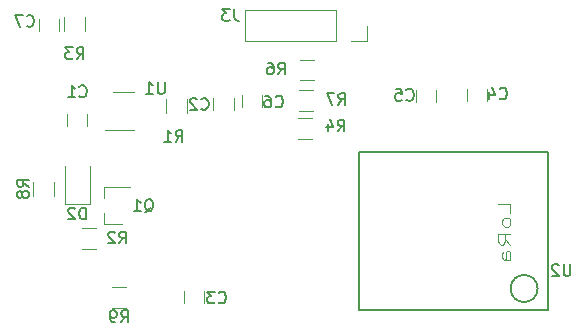
<source format=gbo>
G04 #@! TF.GenerationSoftware,KiCad,Pcbnew,5.1.6-c6e7f7d~87~ubuntu18.04.1*
G04 #@! TF.CreationDate,2020-08-29T18:15:57+05:30*
G04 #@! TF.ProjectId,Sensor_pcb_v2,53656e73-6f72-45f7-9063-625f76322e6b,rev?*
G04 #@! TF.SameCoordinates,Original*
G04 #@! TF.FileFunction,Legend,Bot*
G04 #@! TF.FilePolarity,Positive*
%FSLAX46Y46*%
G04 Gerber Fmt 4.6, Leading zero omitted, Abs format (unit mm)*
G04 Created by KiCad (PCBNEW 5.1.6-c6e7f7d~87~ubuntu18.04.1) date 2020-08-29 18:15:57*
%MOMM*%
%LPD*%
G01*
G04 APERTURE LIST*
%ADD10C,0.120000*%
%ADD11C,0.150000*%
%ADD12C,0.125000*%
G04 APERTURE END LIST*
D10*
X106298000Y-44115900D02*
X107498000Y-44115900D01*
X107498000Y-42355900D02*
X106298000Y-42355900D01*
X99590000Y-33428400D02*
X99590000Y-34628400D01*
X101350000Y-34628400D02*
X101350000Y-33428400D01*
X105656000Y-37056200D02*
X107116000Y-37056200D01*
X105656000Y-33896200D02*
X107816000Y-33896200D01*
X105656000Y-33896200D02*
X105656000Y-34826200D01*
X105656000Y-37056200D02*
X105656000Y-36126200D01*
X102338000Y-35322700D02*
X102338000Y-32122700D01*
X104458000Y-32122700D02*
X104458000Y-35322700D01*
X104458000Y-35322700D02*
X102338000Y-35322700D01*
D11*
X127202000Y-30883900D02*
X127192000Y-44283900D01*
X143192000Y-30883900D02*
X127202000Y-30883900D01*
X143192000Y-44283900D02*
X143192000Y-30883900D01*
X127192000Y-44283900D02*
X143192000Y-44283900D01*
X142332175Y-42483900D02*
G75*
G03*
X142332175Y-42483900I-1140175J0D01*
G01*
D10*
X123361000Y-25703600D02*
X122161000Y-25703600D01*
X122161000Y-27463600D02*
X123361000Y-27463600D01*
X122222000Y-24857600D02*
X123422000Y-24857600D01*
X123422000Y-23097600D02*
X122222000Y-23097600D01*
X127878000Y-21563600D02*
X127878000Y-20233600D01*
X126548000Y-21563600D02*
X127878000Y-21563600D01*
X125278000Y-21563600D02*
X125278000Y-18903600D01*
X125278000Y-18903600D02*
X117598000Y-18903600D01*
X125278000Y-21563600D02*
X117598000Y-21563600D01*
X117598000Y-21563600D02*
X117598000Y-18903600D01*
X116593000Y-26347100D02*
X116593000Y-27347100D01*
X114893000Y-27347100D02*
X114893000Y-26347100D01*
X138035000Y-25575600D02*
X138035000Y-26575600D01*
X136335000Y-26575600D02*
X136335000Y-25575600D01*
X132002000Y-26702600D02*
X132002000Y-25702600D01*
X133702000Y-25702600D02*
X133702000Y-26702600D01*
X118975000Y-26106500D02*
X118975000Y-27106500D01*
X117275000Y-27106500D02*
X117275000Y-26106500D01*
X100082000Y-20660000D02*
X100082000Y-19660000D01*
X101782000Y-19660000D02*
X101782000Y-20660000D01*
X104223000Y-27744800D02*
X104223000Y-28744800D01*
X102523000Y-28744800D02*
X102523000Y-27744800D01*
X114081000Y-42685100D02*
X114081000Y-43685100D01*
X112381000Y-43685100D02*
X112381000Y-42685100D01*
X103730000Y-39129900D02*
X104930000Y-39129900D01*
X104930000Y-37369900D02*
X103730000Y-37369900D01*
X102267000Y-19511700D02*
X102267000Y-20711700D01*
X104027000Y-20711700D02*
X104027000Y-19511700D01*
X110850000Y-26440800D02*
X110850000Y-27640800D01*
X112610000Y-27640800D02*
X112610000Y-26440800D01*
X122036000Y-29823300D02*
X123236000Y-29823300D01*
X123236000Y-28063300D02*
X122036000Y-28063300D01*
X108190000Y-29067400D02*
X105740000Y-29067400D01*
X106390000Y-25847400D02*
X108190000Y-25847400D01*
D11*
X107064666Y-45338280D02*
X107398000Y-44862090D01*
X107636095Y-45338280D02*
X107636095Y-44338280D01*
X107255142Y-44338280D01*
X107159904Y-44385900D01*
X107112285Y-44433519D01*
X107064666Y-44528757D01*
X107064666Y-44671614D01*
X107112285Y-44766852D01*
X107159904Y-44814471D01*
X107255142Y-44862090D01*
X107636095Y-44862090D01*
X106588476Y-45338280D02*
X106398000Y-45338280D01*
X106302761Y-45290661D01*
X106255142Y-45243042D01*
X106159904Y-45100185D01*
X106112285Y-44909709D01*
X106112285Y-44528757D01*
X106159904Y-44433519D01*
X106207523Y-44385900D01*
X106302761Y-44338280D01*
X106493238Y-44338280D01*
X106588476Y-44385900D01*
X106636095Y-44433519D01*
X106683714Y-44528757D01*
X106683714Y-44766852D01*
X106636095Y-44862090D01*
X106588476Y-44909709D01*
X106493238Y-44957328D01*
X106302761Y-44957328D01*
X106207523Y-44909709D01*
X106159904Y-44862090D01*
X106112285Y-44766852D01*
X99272380Y-33861733D02*
X98796190Y-33528400D01*
X99272380Y-33290304D02*
X98272380Y-33290304D01*
X98272380Y-33671257D01*
X98320000Y-33766495D01*
X98367619Y-33814114D01*
X98462857Y-33861733D01*
X98605714Y-33861733D01*
X98700952Y-33814114D01*
X98748571Y-33766495D01*
X98796190Y-33671257D01*
X98796190Y-33290304D01*
X98700952Y-34433161D02*
X98653333Y-34337923D01*
X98605714Y-34290304D01*
X98510476Y-34242685D01*
X98462857Y-34242685D01*
X98367619Y-34290304D01*
X98320000Y-34337923D01*
X98272380Y-34433161D01*
X98272380Y-34623638D01*
X98320000Y-34718876D01*
X98367619Y-34766495D01*
X98462857Y-34814114D01*
X98510476Y-34814114D01*
X98605714Y-34766495D01*
X98653333Y-34718876D01*
X98700952Y-34623638D01*
X98700952Y-34433161D01*
X98748571Y-34337923D01*
X98796190Y-34290304D01*
X98891428Y-34242685D01*
X99081904Y-34242685D01*
X99177142Y-34290304D01*
X99224761Y-34337923D01*
X99272380Y-34433161D01*
X99272380Y-34623638D01*
X99224761Y-34718876D01*
X99177142Y-34766495D01*
X99081904Y-34814114D01*
X98891428Y-34814114D01*
X98796190Y-34766495D01*
X98748571Y-34718876D01*
X98700952Y-34623638D01*
X109061398Y-36023819D02*
X109156636Y-35976200D01*
X109251874Y-35880961D01*
X109394731Y-35738104D01*
X109489969Y-35690485D01*
X109585207Y-35690485D01*
X109537588Y-35928580D02*
X109632826Y-35880961D01*
X109728064Y-35785723D01*
X109775683Y-35595247D01*
X109775683Y-35261914D01*
X109728064Y-35071438D01*
X109632826Y-34976200D01*
X109537588Y-34928580D01*
X109347112Y-34928580D01*
X109251874Y-34976200D01*
X109156636Y-35071438D01*
X109109017Y-35261914D01*
X109109017Y-35595247D01*
X109156636Y-35785723D01*
X109251874Y-35880961D01*
X109347112Y-35928580D01*
X109537588Y-35928580D01*
X108156636Y-35928580D02*
X108728064Y-35928580D01*
X108442350Y-35928580D02*
X108442350Y-34928580D01*
X108537588Y-35071438D01*
X108632826Y-35166676D01*
X108728064Y-35214295D01*
X104108155Y-36628160D02*
X104108155Y-35628160D01*
X103870060Y-35628160D01*
X103727202Y-35675780D01*
X103631964Y-35771018D01*
X103584345Y-35866256D01*
X103536726Y-36056732D01*
X103536726Y-36199589D01*
X103584345Y-36390065D01*
X103631964Y-36485303D01*
X103727202Y-36580541D01*
X103870060Y-36628160D01*
X104108155Y-36628160D01*
X103155774Y-35723399D02*
X103108155Y-35675780D01*
X103012917Y-35628160D01*
X102774821Y-35628160D01*
X102679583Y-35675780D01*
X102631964Y-35723399D01*
X102584345Y-35818637D01*
X102584345Y-35913875D01*
X102631964Y-36056732D01*
X103203393Y-36628160D01*
X102584345Y-36628160D01*
X145117804Y-40414880D02*
X145117804Y-41224404D01*
X145070185Y-41319642D01*
X145022566Y-41367261D01*
X144927328Y-41414880D01*
X144736852Y-41414880D01*
X144641614Y-41367261D01*
X144593995Y-41319642D01*
X144546376Y-41224404D01*
X144546376Y-40414880D01*
X144117804Y-40510119D02*
X144070185Y-40462500D01*
X143974947Y-40414880D01*
X143736852Y-40414880D01*
X143641614Y-40462500D01*
X143593995Y-40510119D01*
X143546376Y-40605357D01*
X143546376Y-40700595D01*
X143593995Y-40843452D01*
X144165423Y-41414880D01*
X143546376Y-41414880D01*
D12*
X140024380Y-36051042D02*
X140024380Y-35336757D01*
X139024380Y-35336757D01*
X140024380Y-36765328D02*
X139976761Y-36622471D01*
X139929142Y-36551042D01*
X139833904Y-36479614D01*
X139548190Y-36479614D01*
X139452952Y-36551042D01*
X139405333Y-36622471D01*
X139357714Y-36765328D01*
X139357714Y-36979614D01*
X139405333Y-37122471D01*
X139452952Y-37193900D01*
X139548190Y-37265328D01*
X139833904Y-37265328D01*
X139929142Y-37193900D01*
X139976761Y-37122471D01*
X140024380Y-36979614D01*
X140024380Y-36765328D01*
X140024380Y-38765328D02*
X139548190Y-38265328D01*
X140024380Y-37908185D02*
X139024380Y-37908185D01*
X139024380Y-38479614D01*
X139072000Y-38622471D01*
X139119619Y-38693900D01*
X139214857Y-38765328D01*
X139357714Y-38765328D01*
X139452952Y-38693900D01*
X139500571Y-38622471D01*
X139548190Y-38479614D01*
X139548190Y-37908185D01*
X140024380Y-40051042D02*
X139500571Y-40051042D01*
X139405333Y-39979614D01*
X139357714Y-39836757D01*
X139357714Y-39551042D01*
X139405333Y-39408185D01*
X139976761Y-40051042D02*
X140024380Y-39908185D01*
X140024380Y-39551042D01*
X139976761Y-39408185D01*
X139881523Y-39336757D01*
X139786285Y-39336757D01*
X139691047Y-39408185D01*
X139643428Y-39551042D01*
X139643428Y-39908185D01*
X139595809Y-40051042D01*
D11*
X125470206Y-26931840D02*
X125803540Y-26455650D01*
X126041635Y-26931840D02*
X126041635Y-25931840D01*
X125660682Y-25931840D01*
X125565444Y-25979460D01*
X125517825Y-26027079D01*
X125470206Y-26122317D01*
X125470206Y-26265174D01*
X125517825Y-26360412D01*
X125565444Y-26408031D01*
X125660682Y-26455650D01*
X126041635Y-26455650D01*
X125136873Y-25931840D02*
X124470206Y-25931840D01*
X124898778Y-26931840D01*
X120364846Y-24353780D02*
X120698180Y-23877590D01*
X120936275Y-24353780D02*
X120936275Y-23353780D01*
X120555322Y-23353780D01*
X120460084Y-23401400D01*
X120412465Y-23449019D01*
X120364846Y-23544257D01*
X120364846Y-23687114D01*
X120412465Y-23782352D01*
X120460084Y-23829971D01*
X120555322Y-23877590D01*
X120936275Y-23877590D01*
X119507703Y-23353780D02*
X119698180Y-23353780D01*
X119793418Y-23401400D01*
X119841037Y-23449019D01*
X119936275Y-23591876D01*
X119983894Y-23782352D01*
X119983894Y-24163304D01*
X119936275Y-24258542D01*
X119888656Y-24306161D01*
X119793418Y-24353780D01*
X119602941Y-24353780D01*
X119507703Y-24306161D01*
X119460084Y-24258542D01*
X119412465Y-24163304D01*
X119412465Y-23925209D01*
X119460084Y-23829971D01*
X119507703Y-23782352D01*
X119602941Y-23734733D01*
X119793418Y-23734733D01*
X119888656Y-23782352D01*
X119936275Y-23829971D01*
X119983894Y-23925209D01*
X116642593Y-18814760D02*
X116642593Y-19529046D01*
X116690212Y-19671903D01*
X116785450Y-19767141D01*
X116928307Y-19814760D01*
X117023545Y-19814760D01*
X116261640Y-18814760D02*
X115642593Y-18814760D01*
X115975926Y-19195713D01*
X115833069Y-19195713D01*
X115737831Y-19243332D01*
X115690212Y-19290951D01*
X115642593Y-19386189D01*
X115642593Y-19624284D01*
X115690212Y-19719522D01*
X115737831Y-19767141D01*
X115833069Y-19814760D01*
X116118783Y-19814760D01*
X116214021Y-19767141D01*
X116261640Y-19719522D01*
X113854806Y-27276122D02*
X113902425Y-27323741D01*
X114045282Y-27371360D01*
X114140520Y-27371360D01*
X114283378Y-27323741D01*
X114378616Y-27228503D01*
X114426235Y-27133265D01*
X114473854Y-26942789D01*
X114473854Y-26799932D01*
X114426235Y-26609456D01*
X114378616Y-26514218D01*
X114283378Y-26418980D01*
X114140520Y-26371360D01*
X114045282Y-26371360D01*
X113902425Y-26418980D01*
X113854806Y-26466599D01*
X113473854Y-26466599D02*
X113426235Y-26418980D01*
X113330997Y-26371360D01*
X113092901Y-26371360D01*
X112997663Y-26418980D01*
X112950044Y-26466599D01*
X112902425Y-26561837D01*
X112902425Y-26657075D01*
X112950044Y-26799932D01*
X113521473Y-27371360D01*
X112902425Y-27371360D01*
X139119506Y-26379402D02*
X139167125Y-26427021D01*
X139309982Y-26474640D01*
X139405220Y-26474640D01*
X139548078Y-26427021D01*
X139643316Y-26331783D01*
X139690935Y-26236545D01*
X139738554Y-26046069D01*
X139738554Y-25903212D01*
X139690935Y-25712736D01*
X139643316Y-25617498D01*
X139548078Y-25522260D01*
X139405220Y-25474640D01*
X139309982Y-25474640D01*
X139167125Y-25522260D01*
X139119506Y-25569879D01*
X138262363Y-25807974D02*
X138262363Y-26474640D01*
X138500459Y-25427021D02*
X138738554Y-26141307D01*
X138119506Y-26141307D01*
X131235586Y-26483542D02*
X131283205Y-26531161D01*
X131426062Y-26578780D01*
X131521300Y-26578780D01*
X131664158Y-26531161D01*
X131759396Y-26435923D01*
X131807015Y-26340685D01*
X131854634Y-26150209D01*
X131854634Y-26007352D01*
X131807015Y-25816876D01*
X131759396Y-25721638D01*
X131664158Y-25626400D01*
X131521300Y-25578780D01*
X131426062Y-25578780D01*
X131283205Y-25626400D01*
X131235586Y-25674019D01*
X130330824Y-25578780D02*
X130807015Y-25578780D01*
X130854634Y-26054971D01*
X130807015Y-26007352D01*
X130711777Y-25959733D01*
X130473681Y-25959733D01*
X130378443Y-26007352D01*
X130330824Y-26054971D01*
X130283205Y-26150209D01*
X130283205Y-26388304D01*
X130330824Y-26483542D01*
X130378443Y-26531161D01*
X130473681Y-26578780D01*
X130711777Y-26578780D01*
X130807015Y-26531161D01*
X130854634Y-26483542D01*
X120150946Y-27057622D02*
X120198565Y-27105241D01*
X120341422Y-27152860D01*
X120436660Y-27152860D01*
X120579518Y-27105241D01*
X120674756Y-27010003D01*
X120722375Y-26914765D01*
X120769994Y-26724289D01*
X120769994Y-26581432D01*
X120722375Y-26390956D01*
X120674756Y-26295718D01*
X120579518Y-26200480D01*
X120436660Y-26152860D01*
X120341422Y-26152860D01*
X120198565Y-26200480D01*
X120150946Y-26248099D01*
X119293803Y-26152860D02*
X119484280Y-26152860D01*
X119579518Y-26200480D01*
X119627137Y-26248099D01*
X119722375Y-26390956D01*
X119769994Y-26581432D01*
X119769994Y-26962384D01*
X119722375Y-27057622D01*
X119674756Y-27105241D01*
X119579518Y-27152860D01*
X119389041Y-27152860D01*
X119293803Y-27105241D01*
X119246184Y-27057622D01*
X119198565Y-26962384D01*
X119198565Y-26724289D01*
X119246184Y-26629051D01*
X119293803Y-26581432D01*
X119389041Y-26533813D01*
X119579518Y-26533813D01*
X119674756Y-26581432D01*
X119722375Y-26629051D01*
X119769994Y-26724289D01*
X99074286Y-20237742D02*
X99121905Y-20285361D01*
X99264762Y-20332980D01*
X99360000Y-20332980D01*
X99502858Y-20285361D01*
X99598096Y-20190123D01*
X99645715Y-20094885D01*
X99693334Y-19904409D01*
X99693334Y-19761552D01*
X99645715Y-19571076D01*
X99598096Y-19475838D01*
X99502858Y-19380600D01*
X99360000Y-19332980D01*
X99264762Y-19332980D01*
X99121905Y-19380600D01*
X99074286Y-19428219D01*
X98740953Y-19332980D02*
X98074286Y-19332980D01*
X98502858Y-20332980D01*
X103539666Y-26191482D02*
X103587285Y-26239101D01*
X103730142Y-26286720D01*
X103825380Y-26286720D01*
X103968238Y-26239101D01*
X104063476Y-26143863D01*
X104111095Y-26048625D01*
X104158714Y-25858149D01*
X104158714Y-25715292D01*
X104111095Y-25524816D01*
X104063476Y-25429578D01*
X103968238Y-25334340D01*
X103825380Y-25286720D01*
X103730142Y-25286720D01*
X103587285Y-25334340D01*
X103539666Y-25381959D01*
X102587285Y-26286720D02*
X103158714Y-26286720D01*
X102873000Y-26286720D02*
X102873000Y-25286720D01*
X102968238Y-25429578D01*
X103063476Y-25524816D01*
X103158714Y-25572435D01*
X115327666Y-43652242D02*
X115375285Y-43699861D01*
X115518142Y-43747480D01*
X115613380Y-43747480D01*
X115756238Y-43699861D01*
X115851476Y-43604623D01*
X115899095Y-43509385D01*
X115946714Y-43318909D01*
X115946714Y-43176052D01*
X115899095Y-42985576D01*
X115851476Y-42890338D01*
X115756238Y-42795100D01*
X115613380Y-42747480D01*
X115518142Y-42747480D01*
X115375285Y-42795100D01*
X115327666Y-42842719D01*
X114994333Y-42747480D02*
X114375285Y-42747480D01*
X114708619Y-43128433D01*
X114565761Y-43128433D01*
X114470523Y-43176052D01*
X114422904Y-43223671D01*
X114375285Y-43318909D01*
X114375285Y-43557004D01*
X114422904Y-43652242D01*
X114470523Y-43699861D01*
X114565761Y-43747480D01*
X114851476Y-43747480D01*
X114946714Y-43699861D01*
X114994333Y-43652242D01*
X106922366Y-38671800D02*
X107255700Y-38195610D01*
X107493795Y-38671800D02*
X107493795Y-37671800D01*
X107112842Y-37671800D01*
X107017604Y-37719420D01*
X106969985Y-37767039D01*
X106922366Y-37862277D01*
X106922366Y-38005134D01*
X106969985Y-38100372D01*
X107017604Y-38147991D01*
X107112842Y-38195610D01*
X107493795Y-38195610D01*
X106541414Y-37767039D02*
X106493795Y-37719420D01*
X106398557Y-37671800D01*
X106160461Y-37671800D01*
X106065223Y-37719420D01*
X106017604Y-37767039D01*
X105969985Y-37862277D01*
X105969985Y-37957515D01*
X106017604Y-38100372D01*
X106589033Y-38671800D01*
X105969985Y-38671800D01*
X103313666Y-23064080D02*
X103647000Y-22587890D01*
X103885095Y-23064080D02*
X103885095Y-22064080D01*
X103504142Y-22064080D01*
X103408904Y-22111700D01*
X103361285Y-22159319D01*
X103313666Y-22254557D01*
X103313666Y-22397414D01*
X103361285Y-22492652D01*
X103408904Y-22540271D01*
X103504142Y-22587890D01*
X103885095Y-22587890D01*
X102980333Y-22064080D02*
X102361285Y-22064080D01*
X102694619Y-22445033D01*
X102551761Y-22445033D01*
X102456523Y-22492652D01*
X102408904Y-22540271D01*
X102361285Y-22635509D01*
X102361285Y-22873604D01*
X102408904Y-22968842D01*
X102456523Y-23016461D01*
X102551761Y-23064080D01*
X102837476Y-23064080D01*
X102932714Y-23016461D01*
X102980333Y-22968842D01*
X111678226Y-30068740D02*
X112011560Y-29592550D01*
X112249655Y-30068740D02*
X112249655Y-29068740D01*
X111868702Y-29068740D01*
X111773464Y-29116360D01*
X111725845Y-29163979D01*
X111678226Y-29259217D01*
X111678226Y-29402074D01*
X111725845Y-29497312D01*
X111773464Y-29544931D01*
X111868702Y-29592550D01*
X112249655Y-29592550D01*
X110725845Y-30068740D02*
X111297274Y-30068740D01*
X111011560Y-30068740D02*
X111011560Y-29068740D01*
X111106798Y-29211598D01*
X111202036Y-29306836D01*
X111297274Y-29354455D01*
X125408706Y-29179780D02*
X125742040Y-28703590D01*
X125980135Y-29179780D02*
X125980135Y-28179780D01*
X125599182Y-28179780D01*
X125503944Y-28227400D01*
X125456325Y-28275019D01*
X125408706Y-28370257D01*
X125408706Y-28513114D01*
X125456325Y-28608352D01*
X125503944Y-28655971D01*
X125599182Y-28703590D01*
X125980135Y-28703590D01*
X124551563Y-28513114D02*
X124551563Y-29179780D01*
X124789659Y-28132161D02*
X125027754Y-28846447D01*
X124408706Y-28846447D01*
X110762084Y-25004780D02*
X110762084Y-25814304D01*
X110714465Y-25909542D01*
X110666846Y-25957161D01*
X110571608Y-26004780D01*
X110381132Y-26004780D01*
X110285894Y-25957161D01*
X110238275Y-25909542D01*
X110190656Y-25814304D01*
X110190656Y-25004780D01*
X109190656Y-26004780D02*
X109762084Y-26004780D01*
X109476370Y-26004780D02*
X109476370Y-25004780D01*
X109571608Y-25147638D01*
X109666846Y-25242876D01*
X109762084Y-25290495D01*
M02*

</source>
